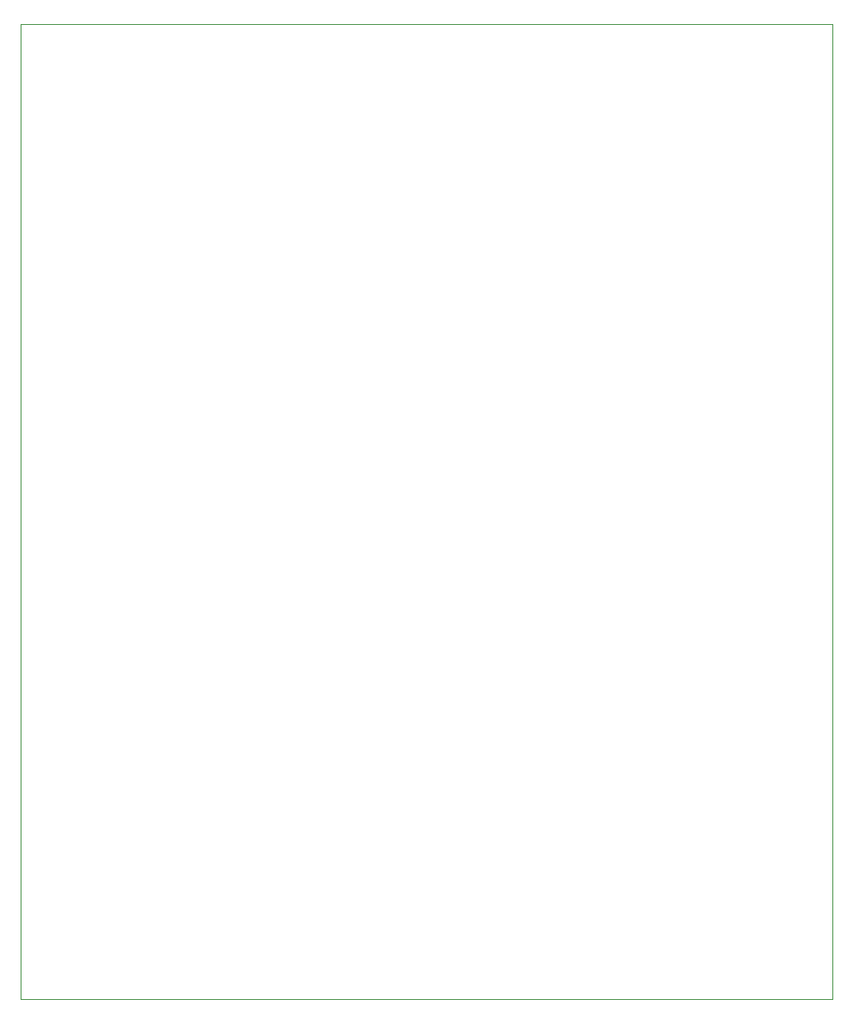
<source format=gbr>
%TF.GenerationSoftware,KiCad,Pcbnew,(5.1.7)-1*%
%TF.CreationDate,2020-11-29T12:14:47-06:00*%
%TF.ProjectId,Programmer Board,50726f67-7261-46d6-9d65-7220426f6172,A*%
%TF.SameCoordinates,Original*%
%TF.FileFunction,Profile,NP*%
%FSLAX46Y46*%
G04 Gerber Fmt 4.6, Leading zero omitted, Abs format (unit mm)*
G04 Created by KiCad (PCBNEW (5.1.7)-1) date 2020-11-29 12:14:47*
%MOMM*%
%LPD*%
G01*
G04 APERTURE LIST*
%TA.AperFunction,Profile*%
%ADD10C,0.050000*%
%TD*%
G04 APERTURE END LIST*
D10*
X107500000Y-71750000D02*
X187500000Y-71750000D01*
X107500000Y-167750000D02*
X107500000Y-71750000D01*
X187500000Y-167750000D02*
X107500000Y-167750000D01*
X187500000Y-71750000D02*
X187500000Y-167750000D01*
M02*

</source>
